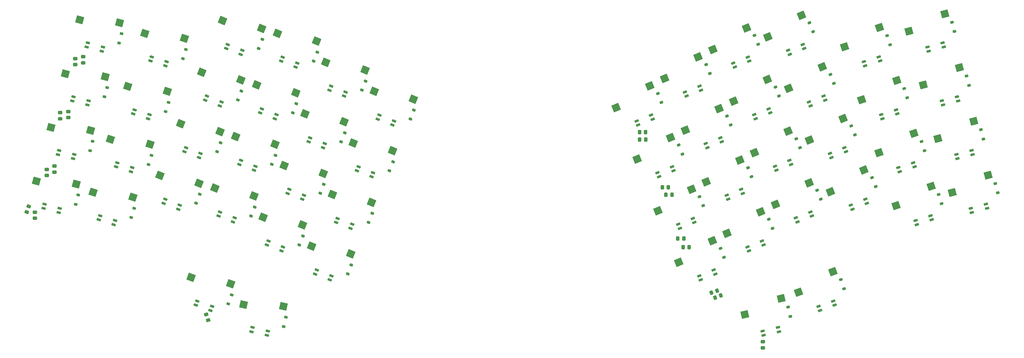
<source format=gbr>
%TF.GenerationSoftware,KiCad,Pcbnew,9.0.4*%
%TF.CreationDate,2025-09-09T15:52:51-06:00*%
%TF.ProjectId,ergo-kola,6572676f-2d6b-46f6-9c61-2e6b69636164,rev?*%
%TF.SameCoordinates,Original*%
%TF.FileFunction,Paste,Bot*%
%TF.FilePolarity,Positive*%
%FSLAX46Y46*%
G04 Gerber Fmt 4.6, Leading zero omitted, Abs format (unit mm)*
G04 Created by KiCad (PCBNEW 9.0.4) date 2025-09-09 15:52:51*
%MOMM*%
%LPD*%
G01*
G04 APERTURE LIST*
G04 Aperture macros list*
%AMRoundRect*
0 Rectangle with rounded corners*
0 $1 Rounding radius*
0 $2 $3 $4 $5 $6 $7 $8 $9 X,Y pos of 4 corners*
0 Add a 4 corners polygon primitive as box body*
4,1,4,$2,$3,$4,$5,$6,$7,$8,$9,$2,$3,0*
0 Add four circle primitives for the rounded corners*
1,1,$1+$1,$2,$3*
1,1,$1+$1,$4,$5*
1,1,$1+$1,$6,$7*
1,1,$1+$1,$8,$9*
0 Add four rect primitives between the rounded corners*
20,1,$1+$1,$2,$3,$4,$5,0*
20,1,$1+$1,$4,$5,$6,$7,0*
20,1,$1+$1,$6,$7,$8,$9,0*
20,1,$1+$1,$8,$9,$2,$3,0*%
%AMRotRect*
0 Rectangle, with rotation*
0 The origin of the aperture is its center*
0 $1 length*
0 $2 width*
0 $3 Rotation angle, in degrees counterclockwise*
0 Add horizontal line*
21,1,$1,$2,0,0,$3*%
G04 Aperture macros list end*
%ADD10RotRect,2.550000X2.500000X347.000000*%
%ADD11RotRect,2.550000X2.500000X338.000000*%
%ADD12RotRect,2.550000X2.500000X18.000000*%
%ADD13RotRect,2.550000X2.500000X15.000000*%
%ADD14RotRect,2.550000X2.500000X22.000000*%
%ADD15RotRect,2.550000X2.500000X342.000000*%
%ADD16RotRect,2.550000X2.500000X345.000000*%
%ADD17RotRect,2.550000X2.500000X20.000000*%
%ADD18RotRect,2.550000X2.500000X13.000000*%
%ADD19RotRect,2.550000X2.500000X340.000000*%
%ADD20RotRect,1.450000X0.820000X162.000000*%
%ADD21RoundRect,0.205000X0.557898X0.034278X-0.431201X0.355655X-0.557898X-0.034278X0.431201X-0.355655X0*%
%ADD22RoundRect,0.225000X0.263407X-0.349094X0.431980X0.068139X-0.263407X0.349094X-0.431980X-0.068139X0*%
%ADD23RoundRect,0.250000X-0.337500X-0.475000X0.337500X-0.475000X0.337500X0.475000X-0.337500X0.475000X0*%
%ADD24RoundRect,0.225000X0.287117X-0.329869X0.426175X0.098106X-0.287117X0.329869X-0.426175X-0.098106X0*%
%ADD25RoundRect,0.225000X0.420456X-0.120276X0.303988X0.314390X-0.420456X0.120276X-0.303988X-0.314390X0*%
%ADD26RoundRect,0.250000X-0.154687X-0.561786X0.479606X-0.330922X0.154687X0.561786X-0.479606X0.330922X0*%
%ADD27RoundRect,0.250000X0.475000X-0.337500X0.475000X0.337500X-0.475000X0.337500X-0.475000X-0.337500X0*%
%ADD28RotRect,1.450000X0.820000X195.000000*%
%ADD29RoundRect,0.205000X0.449224X0.332601X-0.555339X0.063429X-0.449224X-0.332601X0.555339X-0.063429X0*%
%ADD30RoundRect,0.225000X0.426175X-0.098106X0.287117X0.329869X-0.426175X0.098106X-0.287117X-0.329869X0*%
%ADD31RotRect,1.450000X0.820000X202.000000*%
%ADD32RoundRect,0.205000X0.405341X0.384868X-0.558930X-0.004723X-0.405341X-0.384868X0.558930X0.004723X0*%
%ADD33RotRect,1.450000X0.820000X165.000000*%
%ADD34RoundRect,0.205000X0.555339X0.063429X-0.449224X0.332601X-0.555339X-0.063429X0.449224X-0.332601X0*%
%ADD35RotRect,1.450000X0.820000X158.000000*%
%ADD36RoundRect,0.205000X0.558930X-0.004723X-0.405341X0.384868X-0.558930X0.004723X0.405341X-0.384868X0*%
%ADD37RoundRect,0.225000X0.431980X-0.068139X0.263407X0.349094X-0.431980X0.068139X-0.263407X-0.349094X0*%
%ADD38RotRect,1.450000X0.820000X160.000000*%
%ADD39RoundRect,0.205000X0.558754X0.014787X-0.418526X0.370487X-0.558754X-0.014787X0.418526X-0.370487X0*%
%ADD40RotRect,1.450000X0.820000X198.000000*%
%ADD41RoundRect,0.205000X0.431201X0.355655X-0.557898X0.034278X-0.431201X-0.355655X0.557898X-0.034278X0*%
%ADD42RoundRect,0.225000X0.303988X-0.314390X0.420456X0.120276X-0.303988X0.314390X-0.420456X-0.120276X0*%
%ADD43RotRect,1.450000X0.820000X193.000000*%
%ADD44RoundRect,0.205000X0.460557X0.316720X-0.552787X0.082771X-0.460557X-0.316720X0.552787X-0.082771X0*%
%ADD45RoundRect,0.225000X0.416003X-0.134877X0.314775X0.303590X-0.416003X0.134877X-0.314775X-0.303590X0*%
%ADD46RotRect,1.450000X0.820000X167.000000*%
%ADD47RoundRect,0.205000X0.552787X0.082771X-0.460557X0.316720X-0.552787X-0.082771X0.460557X-0.316720X0*%
%ADD48RotRect,1.450000X0.820000X200.000000*%
%ADD49RoundRect,0.205000X0.418526X0.370487X-0.558754X0.014787X-0.418526X-0.370487X0.558754X-0.014787X0*%
%ADD50RoundRect,0.225000X0.429339X-0.083173X0.275430X0.339688X-0.429339X0.083173X-0.275430X-0.339688X0*%
%ADD51RoundRect,0.250000X0.561786X-0.154687X0.330922X0.479606X-0.561786X0.154687X-0.330922X-0.479606X0*%
%ADD52RoundRect,0.225000X0.275430X-0.339688X0.429339X0.083173X-0.275430X0.339688X-0.429339X-0.083173X0*%
%ADD53RoundRect,0.225000X0.314775X-0.303590X0.416003X0.134877X-0.314775X0.303590X-0.416003X-0.134877X0*%
%ADD54RoundRect,0.250000X0.330922X-0.479606X0.561786X0.154687X-0.330922X0.479606X-0.561786X-0.154687X0*%
G04 APERTURE END LIST*
D10*
%TO.C,SW51*%
X106693211Y-131201033D03*
X120345505Y-131746101D03*
%TD*%
D11*
%TO.C,SW27*%
X104022351Y-73650850D03*
X117421295Y-76324897D03*
%TD*%
D12*
%TO.C,SW30*%
X324013434Y-79170290D03*
X335996465Y-72606054D03*
%TD*%
D13*
%TO.C,SW38*%
X349081219Y-92767069D03*
X361391373Y-86838971D03*
%TD*%
D11*
%TO.C,SW15*%
X111158596Y-55987995D03*
X124557540Y-58662042D03*
%TD*%
%TO.C,SW9*%
X134830945Y-48250266D03*
X148229889Y-50924313D03*
%TD*%
%TO.C,SW43*%
X137094504Y-93501103D03*
X150493448Y-96175149D03*
%TD*%
D14*
%TO.C,SW8*%
X267218900Y-43876811D03*
X278714842Y-36492669D03*
%TD*%
%TO.C,SW28*%
X281491407Y-79202520D03*
X292987349Y-71818379D03*
%TD*%
%TO.C,SW10*%
X250682814Y-53801936D03*
X262178755Y-46417796D03*
%TD*%
%TO.C,SW40*%
X288627671Y-96865375D03*
X300123613Y-89481234D03*
%TD*%
%TO.C,SW22*%
X257819077Y-71464791D03*
X269315018Y-64080651D03*
%TD*%
D11*
%TO.C,SW33*%
X120558418Y-83575976D03*
X133957362Y-86250023D03*
%TD*%
D14*
%TO.C,SW44*%
X248419255Y-99052772D03*
X259915197Y-91668631D03*
%TD*%
D12*
%TO.C,SW42*%
X329900207Y-97287907D03*
X341883238Y-90723671D03*
%TD*%
%TO.C,SW18*%
X318126660Y-61052653D03*
X330109691Y-54488419D03*
%TD*%
D11*
%TO.C,SW39*%
X96886088Y-91313705D03*
X110285032Y-93987752D03*
%TD*%
D14*
%TO.C,SW48*%
X255555518Y-116715628D03*
X267051460Y-109331487D03*
%TD*%
%TO.C,SW34*%
X264955340Y-89127646D03*
X276451282Y-81743505D03*
%TD*%
%TO.C,SW46*%
X272091585Y-106790501D03*
X283587527Y-99406360D03*
%TD*%
D11*
%TO.C,SW45*%
X113422174Y-101238831D03*
X126821118Y-103912878D03*
%TD*%
%TO.C,SW13*%
X92368971Y-51640613D03*
X105767915Y-54314661D03*
%TD*%
D13*
%TO.C,SW26*%
X344150718Y-74366178D03*
X356460871Y-68438080D03*
%TD*%
D15*
%TO.C,SW29*%
X61146532Y-74590659D03*
X74699369Y-76323528D03*
%TD*%
D14*
%TO.C,SW32*%
X241283010Y-81389917D03*
X252778952Y-74005776D03*
%TD*%
D16*
%TO.C,SW37*%
X35858384Y-88931370D03*
X49483339Y-89952564D03*
%TD*%
D11*
%TO.C,SW23*%
X85232727Y-69303468D03*
X98631671Y-71977515D03*
%TD*%
D14*
%TO.C,SW4*%
X286008524Y-39529428D03*
X297504465Y-32145288D03*
%TD*%
D16*
%TO.C,SW25*%
X40788885Y-70530479D03*
X54413841Y-71551673D03*
%TD*%
D11*
%TO.C,SW35*%
X78096463Y-86966324D03*
X91495407Y-89640371D03*
%TD*%
D13*
%TO.C,SW12*%
X339220214Y-55965288D03*
X351530368Y-50037190D03*
%TD*%
D15*
%TO.C,SW5*%
X72920080Y-38355406D03*
X86472917Y-40088275D03*
%TD*%
D11*
%TO.C,SW21*%
X127694681Y-65913121D03*
X141093625Y-68587168D03*
%TD*%
D15*
%TO.C,SW41*%
X55259758Y-92708276D03*
X68812595Y-94441145D03*
%TD*%
D17*
%TO.C,SW50*%
X296542608Y-126912841D03*
X308289250Y-119934401D03*
%TD*%
D16*
%TO.C,SW1*%
X50649890Y-33728700D03*
X64274844Y-34749893D03*
%TD*%
D18*
%TO.C,SW52*%
X278121248Y-134534807D03*
X290630792Y-129039939D03*
%TD*%
D14*
%TO.C,SW36*%
X307417295Y-92517994D03*
X318913237Y-85133853D03*
%TD*%
D11*
%TO.C,SW7*%
X118294859Y-38325140D03*
X131693803Y-40999188D03*
%TD*%
D13*
%TO.C,SW2*%
X334289712Y-37564398D03*
X346599867Y-31636299D03*
%TD*%
D11*
%TO.C,SW3*%
X99505235Y-33977759D03*
X112904178Y-36651805D03*
%TD*%
D14*
%TO.C,SW20*%
X234146747Y-63727061D03*
X245642690Y-56342922D03*
%TD*%
D15*
%TO.C,SW17*%
X67033306Y-56473023D03*
X80586143Y-58205892D03*
%TD*%
D14*
%TO.C,SW14*%
X293144787Y-57192284D03*
X304640729Y-49808142D03*
%TD*%
D11*
%TO.C,SW47*%
X129958241Y-111163959D03*
X143357185Y-113838005D03*
%TD*%
D14*
%TO.C,SW24*%
X300281032Y-74855139D03*
X311776974Y-67470997D03*
%TD*%
%TO.C,SW16*%
X274355163Y-61539665D03*
X285851104Y-54155525D03*
%TD*%
D12*
%TO.C,SW6*%
X312239886Y-42935036D03*
X324222917Y-36370802D03*
%TD*%
D16*
%TO.C,SW11*%
X45719388Y-52129589D03*
X59344343Y-53150782D03*
%TD*%
D19*
%TO.C,SW49*%
X88785770Y-121844103D03*
X102269876Y-124048904D03*
%TD*%
D11*
%TO.C,SW31*%
X144230748Y-75838248D03*
X157629692Y-78512294D03*
%TD*%
%TO.C,SW19*%
X151367012Y-58175393D03*
X164765956Y-60849439D03*
%TD*%
D20*
%TO.C,L41*%
X62258511Y-103804076D03*
X62722037Y-102377491D03*
D21*
X57633885Y-100724250D03*
D20*
X57170359Y-102150835D03*
%TD*%
D22*
%TO.C,D43*%
X149460475Y-103016339D03*
X150696677Y-99956633D03*
%TD*%
D23*
%TO.C,C14*%
X255227000Y-108585000D03*
X257302000Y-108585000D03*
%TD*%
D24*
%TO.C,D5*%
X85919678Y-46984857D03*
X86939434Y-43846371D03*
%TD*%
D25*
%TO.C,D2*%
X349892028Y-37721577D03*
X349037928Y-34534021D03*
%TD*%
D26*
%TO.C,C17*%
X268011069Y-128751846D03*
X269960931Y-128042154D03*
%TD*%
D27*
%TO.C,C1*%
X49149000Y-49043500D03*
X49149000Y-46968500D03*
%TD*%
D28*
%TO.C,L38*%
X360994073Y-98260995D03*
X360605844Y-96812107D03*
D29*
X355438141Y-98196789D03*
D28*
X355826370Y-99645677D03*
%TD*%
D24*
%TO.C,D41*%
X68259356Y-101337727D03*
X69279112Y-98199241D03*
%TD*%
D30*
%TO.C,D18*%
X333715820Y-60393056D03*
X332696064Y-57254570D03*
%TD*%
D22*
%TO.C,D13*%
X104734942Y-61155850D03*
X105971144Y-58096144D03*
%TD*%
%TO.C,D39*%
X109252059Y-100828942D03*
X110488261Y-97769236D03*
%TD*%
D31*
%TO.C,L24*%
X312774630Y-78856302D03*
X312212720Y-77465526D03*
D32*
X307252286Y-79469672D03*
D31*
X307814196Y-80860448D03*
%TD*%
D33*
%TO.C,L37*%
X43428254Y-99645677D03*
X43816483Y-98196789D03*
D34*
X38648780Y-96812107D03*
D33*
X38260551Y-98260995D03*
%TD*%
D22*
%TO.C,D23*%
X97598698Y-78818705D03*
X98834900Y-75758999D03*
%TD*%
D35*
%TO.C,L21*%
X133902382Y-77470101D03*
X134464292Y-76079325D03*
D36*
X129503858Y-74075179D03*
D35*
X128941948Y-75465955D03*
%TD*%
D20*
%TO.C,L29*%
X68145285Y-85686459D03*
X68608811Y-84259874D03*
D21*
X63520659Y-82606633D03*
D20*
X63057133Y-84033218D03*
%TD*%
D37*
%TO.C,D46*%
X287596759Y-105045064D03*
X286360557Y-101985358D03*
%TD*%
D38*
%TO.C,L49*%
X95393024Y-133177396D03*
X95906054Y-131767857D03*
D39*
X90878698Y-129938050D03*
D38*
X90365668Y-131347589D03*
%TD*%
D35*
%TO.C,L23*%
X91440428Y-80860448D03*
X92002338Y-79469672D03*
D36*
X87041904Y-77465526D03*
D35*
X86479994Y-78856302D03*
%TD*%
%TO.C,L35*%
X84304164Y-98523304D03*
X84866074Y-97132528D03*
D36*
X79905640Y-95128382D03*
D35*
X79343730Y-96519158D03*
%TD*%
D31*
%TO.C,L10*%
X263176412Y-57803100D03*
X262614502Y-56412324D03*
D32*
X257654068Y-58416470D03*
D31*
X258215978Y-59807246D03*
%TD*%
%TO.C,L36*%
X319910893Y-96519158D03*
X319348983Y-95128382D03*
D32*
X314388549Y-97132528D03*
D31*
X314950459Y-98523304D03*
%TD*%
D33*
%TO.C,L11*%
X53289258Y-62843896D03*
X53677487Y-61395008D03*
D34*
X48509784Y-60010326D03*
D33*
X48121555Y-61459214D03*
%TD*%
D35*
%TO.C,L15*%
X117366297Y-67544975D03*
X117928207Y-66154199D03*
D36*
X112967773Y-64150053D03*
D35*
X112405863Y-65540829D03*
%TD*%
D27*
%TO.C,C18*%
X284353000Y-145944500D03*
X284353000Y-143869500D03*
%TD*%
D40*
%TO.C,L18*%
X330310717Y-65915582D03*
X329847191Y-64488997D03*
D41*
X324759039Y-66142238D03*
D40*
X325222565Y-67568823D03*
%TD*%
D22*
%TO.C,D3*%
X111871205Y-43492995D03*
X113107407Y-40433289D03*
%TD*%
D35*
%TO.C,L13*%
X98576672Y-63197593D03*
X99138582Y-61806817D03*
D36*
X94178148Y-59802671D03*
D35*
X93616238Y-61193447D03*
%TD*%
D42*
%TO.C,D11*%
X59152802Y-60066869D03*
X60006902Y-56879313D03*
%TD*%
D22*
%TO.C,D7*%
X130660830Y-47840377D03*
X131897032Y-44780671D03*
%TD*%
D24*
%TO.C,D17*%
X80032904Y-65102474D03*
X81052660Y-61963988D03*
%TD*%
D28*
%TO.C,L2*%
X346202567Y-43058324D03*
X345814338Y-41609436D03*
D29*
X340646635Y-42994118D03*
D28*
X341034864Y-44443006D03*
%TD*%
D43*
%TO.C,L52*%
X289835109Y-140441140D03*
X289497683Y-138979585D03*
D44*
X284284803Y-140183074D03*
D43*
X284622229Y-141644629D03*
%TD*%
D45*
%TO.C,D52*%
X293708574Y-135236404D03*
X292966236Y-132020982D03*
%TD*%
D35*
%TO.C,L9*%
X141038646Y-59807246D03*
X141600556Y-58416470D03*
D36*
X136640122Y-56412324D03*
D35*
X136078212Y-57803100D03*
%TD*%
D26*
%TO.C,C16*%
X266741069Y-127100846D03*
X268690931Y-126391154D03*
%TD*%
D35*
%TO.C,L43*%
X143302205Y-105058082D03*
X143864115Y-103667306D03*
D36*
X138903681Y-101663160D03*
D35*
X138341771Y-103053936D03*
%TD*%
D22*
%TO.C,D9*%
X147196916Y-57765503D03*
X148433118Y-54705797D03*
%TD*%
D35*
%TO.C,L19*%
X157574713Y-69732372D03*
X158136623Y-68341596D03*
D36*
X153176189Y-66337450D03*
D35*
X152614279Y-67728226D03*
%TD*%
D30*
%TO.C,D42*%
X345489367Y-96628309D03*
X344469611Y-93489823D03*
%TD*%
D27*
%TO.C,C6*%
X42037000Y-85852000D03*
X42037000Y-83777000D03*
%TD*%
D37*
%TO.C,D40*%
X304132845Y-95119938D03*
X302896643Y-92060232D03*
%TD*%
D31*
%TO.C,L8*%
X279712498Y-47877974D03*
X279150588Y-46487198D03*
D32*
X274190154Y-48491344D03*
D31*
X274752064Y-49882120D03*
%TD*%
D22*
%TO.C,D21*%
X140060652Y-75428358D03*
X141296854Y-72368652D03*
%TD*%
D33*
%TO.C,L1*%
X58219760Y-44443006D03*
X58607989Y-42994118D03*
D34*
X53440286Y-41609436D03*
D33*
X53052057Y-43058324D03*
%TD*%
D30*
%TO.C,D30*%
X339602594Y-78510692D03*
X338582838Y-75372206D03*
%TD*%
D37*
%TO.C,D32*%
X256788184Y-79644480D03*
X255551982Y-76584774D03*
%TD*%
D31*
%TO.C,L34*%
X277448938Y-93128810D03*
X276887028Y-91738034D03*
D32*
X271926594Y-93742180D03*
D31*
X272488504Y-95132956D03*
%TD*%
D22*
%TO.C,D27*%
X116388322Y-83166087D03*
X117624524Y-80106381D03*
%TD*%
D35*
%TO.C,L47*%
X136165942Y-122720938D03*
X136727852Y-121330162D03*
D36*
X131767418Y-119326016D03*
D35*
X131205508Y-120716792D03*
%TD*%
D42*
%TO.C,D1*%
X64083304Y-41665979D03*
X64937404Y-38478423D03*
%TD*%
D31*
%TO.C,L48*%
X268049116Y-120716792D03*
X267487206Y-119326016D03*
D32*
X262526772Y-121330162D03*
D31*
X263088682Y-122720938D03*
%TD*%
D40*
%TO.C,L42*%
X342084264Y-102150835D03*
X341620738Y-100724250D03*
D41*
X336532586Y-102377491D03*
D40*
X336996112Y-103804076D03*
%TD*%
D22*
%TO.C,D19*%
X163732983Y-67690629D03*
X164969185Y-64630923D03*
%TD*%
D37*
%TO.C,D34*%
X280460514Y-87382209D03*
X279224312Y-84322503D03*
%TD*%
D20*
%TO.C,L17*%
X74032059Y-67568823D03*
X74495585Y-66142238D03*
D21*
X69407433Y-64488997D03*
D20*
X68943907Y-65915582D03*
%TD*%
D31*
%TO.C,L46*%
X284585183Y-110791665D03*
X284023273Y-109400889D03*
D32*
X279062839Y-111405035D03*
D31*
X279624749Y-112795811D03*
%TD*%
D37*
%TO.C,D36*%
X322922469Y-90772557D03*
X321686267Y-87712851D03*
%TD*%
D33*
%TO.C,L25*%
X48358756Y-81244786D03*
X48746985Y-79795898D03*
D34*
X43579282Y-78411216D03*
D33*
X43191053Y-79860104D03*
%TD*%
D46*
%TO.C,L51*%
X114632395Y-141644629D03*
X114969821Y-140183074D03*
D47*
X109756941Y-138979585D03*
D46*
X109419515Y-140441140D03*
%TD*%
D23*
%TO.C,C13*%
X251163000Y-93599000D03*
X253238000Y-93599000D03*
%TD*%
D37*
%TO.C,D10*%
X266187988Y-52056499D03*
X264951786Y-48996793D03*
%TD*%
D27*
%TO.C,C5*%
X39370000Y-86995000D03*
X39370000Y-84920000D03*
%TD*%
D23*
%TO.C,C15*%
X257026500Y-111506000D03*
X259101500Y-111506000D03*
%TD*%
D22*
%TO.C,D31*%
X156596719Y-85353484D03*
X157832921Y-82293778D03*
%TD*%
D31*
%TO.C,L16*%
X286848761Y-65540829D03*
X286286851Y-64150053D03*
D32*
X281326417Y-66154199D03*
D31*
X281888327Y-67544975D03*
%TD*%
%TO.C,L20*%
X246640345Y-67728226D03*
X246078435Y-66337450D03*
D32*
X241118001Y-68341596D03*
D31*
X241679911Y-69732372D03*
%TD*%
D22*
%TO.C,D47*%
X142324212Y-120679195D03*
X143560414Y-117619489D03*
%TD*%
D40*
%TO.C,L6*%
X324423943Y-47797965D03*
X323960417Y-46371380D03*
D41*
X318872265Y-48024621D03*
D40*
X319335791Y-49451206D03*
%TD*%
D37*
%TO.C,D22*%
X273324251Y-69719354D03*
X272088049Y-66659648D03*
%TD*%
%TO.C,D14*%
X308649961Y-55446846D03*
X307413759Y-52387140D03*
%TD*%
D28*
%TO.C,L12*%
X351133069Y-61459214D03*
X350744840Y-60010326D03*
D29*
X345577137Y-61395008D03*
D28*
X345965366Y-62843896D03*
%TD*%
D48*
%TO.C,L50*%
X308888956Y-131347589D03*
X308375926Y-129938050D03*
D49*
X303348570Y-131767857D03*
D48*
X303861600Y-133177396D03*
%TD*%
D22*
%TO.C,D45*%
X125788145Y-110754068D03*
X127024347Y-107694362D03*
%TD*%
D27*
%TO.C,C4*%
X46736000Y-67183000D03*
X46736000Y-65108000D03*
%TD*%
D35*
%TO.C,L3*%
X105712935Y-45534738D03*
X106274845Y-44143962D03*
D36*
X101314411Y-42139816D03*
D35*
X100752501Y-43530592D03*
%TD*%
D50*
%TO.C,D50*%
X312099251Y-125709591D03*
X310970585Y-122608605D03*
%TD*%
D20*
%TO.C,L5*%
X79918833Y-49451206D03*
X80382359Y-48024621D03*
D21*
X75294207Y-46371380D03*
D20*
X74830681Y-47797965D03*
%TD*%
D35*
%TO.C,L31*%
X150438449Y-87395227D03*
X151000359Y-86004451D03*
D36*
X146039925Y-84000305D03*
D35*
X145478015Y-85391081D03*
%TD*%
D31*
%TO.C,L28*%
X293985005Y-83203684D03*
X293423095Y-81812908D03*
D32*
X288462661Y-83817054D03*
D31*
X289024571Y-85207830D03*
%TD*%
D22*
%TO.C,D33*%
X132924389Y-93091213D03*
X134160591Y-90031507D03*
%TD*%
D25*
%TO.C,D12*%
X354822530Y-56122467D03*
X353968430Y-52934911D03*
%TD*%
D42*
%TO.C,D25*%
X54222300Y-78467759D03*
X55076400Y-75280203D03*
%TD*%
D31*
%TO.C,L44*%
X260912853Y-103053936D03*
X260350943Y-101663160D03*
D32*
X255390509Y-103667306D03*
D31*
X255952419Y-105058082D03*
%TD*%
D37*
%TO.C,D20*%
X249651921Y-61981625D03*
X248415719Y-58921919D03*
%TD*%
%TO.C,D44*%
X263924429Y-97307335D03*
X262688227Y-94247629D03*
%TD*%
%TO.C,D4*%
X301513698Y-37783991D03*
X300277496Y-34724285D03*
%TD*%
D31*
%TO.C,L4*%
X298502122Y-43530592D03*
X297940212Y-42139816D03*
D32*
X292979778Y-44143962D03*
D31*
X293541688Y-45534738D03*
%TD*%
D30*
%TO.C,D6*%
X327829046Y-42275439D03*
X326809290Y-39136953D03*
%TD*%
D35*
%TO.C,L33*%
X126766119Y-95132956D03*
X127328029Y-93742180D03*
D36*
X122367595Y-91738034D03*
D35*
X121805685Y-93128810D03*
%TD*%
D31*
%TO.C,L40*%
X301121269Y-100866539D03*
X300559359Y-99475763D03*
D32*
X295598925Y-101479909D03*
D31*
X296160835Y-102870685D03*
%TD*%
D23*
%TO.C,C11*%
X242167500Y-74676000D03*
X244242500Y-74676000D03*
%TD*%
D31*
%TO.C,L32*%
X253776608Y-85391081D03*
X253214698Y-84000305D03*
D32*
X248254264Y-86004451D03*
D31*
X248816174Y-87395227D03*
%TD*%
D25*
%TO.C,D38*%
X364683534Y-92924248D03*
X363829434Y-89736692D03*
%TD*%
D37*
%TO.C,D28*%
X296996581Y-77457083D03*
X295760379Y-74397377D03*
%TD*%
D23*
%TO.C,C12*%
X249914500Y-91059000D03*
X251989500Y-91059000D03*
%TD*%
D22*
%TO.C,D35*%
X90462434Y-96481561D03*
X91698636Y-93421855D03*
%TD*%
D27*
%TO.C,C3*%
X43942000Y-67564000D03*
X43942000Y-65489000D03*
%TD*%
D51*
%TO.C,C9*%
X94588846Y-136483931D03*
X93879154Y-134534069D03*
%TD*%
D37*
%TO.C,D8*%
X282724074Y-42131373D03*
X281487872Y-39071667D03*
%TD*%
D27*
%TO.C,C2*%
X51816000Y-48408500D03*
X51816000Y-46333500D03*
%TD*%
%TO.C,C8*%
X35306000Y-101643000D03*
X35306000Y-99568000D03*
%TD*%
D35*
%TO.C,L45*%
X119629875Y-112795811D03*
X120191785Y-111405035D03*
D36*
X115231351Y-109400889D03*
D35*
X114669441Y-110791665D03*
%TD*%
%TO.C,L7*%
X124502560Y-49882120D03*
X125064470Y-48491344D03*
D36*
X120104036Y-46487198D03*
D35*
X119542126Y-47877974D03*
%TD*%
D22*
%TO.C,D15*%
X123524567Y-65503232D03*
X124760769Y-62443526D03*
%TD*%
D28*
%TO.C,L26*%
X356063571Y-79860104D03*
X355675342Y-78411216D03*
D29*
X350507639Y-79795898D03*
D28*
X350895868Y-81244786D03*
%TD*%
D35*
%TO.C,L27*%
X110230052Y-85207830D03*
X110791962Y-83817054D03*
D36*
X105831528Y-81812908D03*
D35*
X105269618Y-83203684D03*
%TD*%
D52*
%TO.C,D49*%
X101476287Y-130921977D03*
X102604953Y-127820991D03*
%TD*%
D37*
%TO.C,D24*%
X315786206Y-73109701D03*
X314550004Y-70049995D03*
%TD*%
D53*
%TO.C,D51*%
X120395448Y-138664658D03*
X121137786Y-135449236D03*
%TD*%
D37*
%TO.C,D48*%
X271060692Y-114970191D03*
X269824490Y-111910485D03*
%TD*%
D35*
%TO.C,L39*%
X103093789Y-102870685D03*
X103655699Y-101479909D03*
D36*
X98695265Y-99475763D03*
D35*
X98133355Y-100866539D03*
%TD*%
D37*
%TO.C,D16*%
X289860337Y-59794228D03*
X288624135Y-56734522D03*
%TD*%
D25*
%TO.C,D26*%
X359753032Y-74523357D03*
X358898932Y-71335801D03*
%TD*%
D23*
%TO.C,C10*%
X242146000Y-72136000D03*
X244221000Y-72136000D03*
%TD*%
D54*
%TO.C,C7*%
X32538154Y-99526931D03*
X33247846Y-97577069D03*
%TD*%
D42*
%TO.C,D37*%
X49291798Y-96868650D03*
X50145898Y-93681094D03*
%TD*%
D40*
%TO.C,L30*%
X336197491Y-84033218D03*
X335733965Y-82606633D03*
D41*
X330645813Y-84259874D03*
D40*
X331109339Y-85686459D03*
%TD*%
D24*
%TO.C,D29*%
X74146130Y-83220110D03*
X75165886Y-80081624D03*
%TD*%
D31*
%TO.C,L14*%
X305638385Y-61193447D03*
X305076475Y-59802671D03*
D32*
X300116041Y-61806817D03*
D31*
X300677951Y-63197593D03*
%TD*%
%TO.C,L22*%
X270312675Y-75465955D03*
X269750765Y-74075179D03*
D32*
X264790331Y-76079325D03*
D31*
X265352241Y-77470101D03*
%TD*%
M02*

</source>
